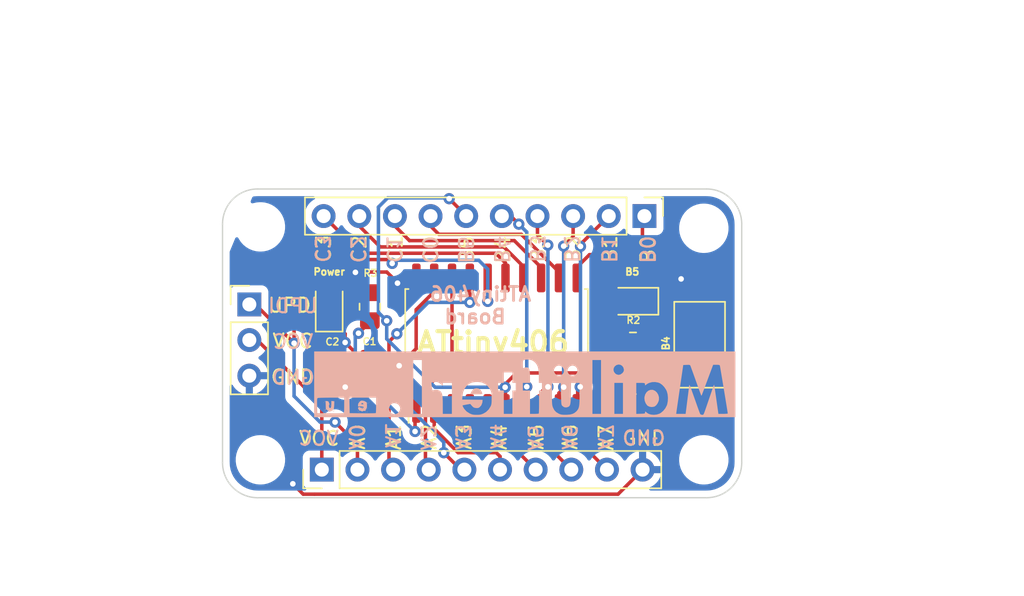
<source format=kicad_pcb>
(kicad_pcb (version 20211014) (generator pcbnew)
  (layers (0 "F.Cu" signal) (31 "B.Cu" signal) (34 "B.Paste" user) (35 "F.Paste" user) (36 "B.SilkS" user "B.Silkscreen") (37 "F.SilkS" user "F.Silkscreen") (38 "B.Mask" user) (39 "F.Mask" user) (44 "Edge.Cuts" user))
  (net 0 "")
  (net 1 "VCC")
  (net 2 "GND")
  (net 3 "Net-(D1-Pad2)")
  (net 4 "Net-(D2-Pad2)")
  (net 5 "PA0")
  (net 6 "PA1")
  (net 7 "PA2")
  (net 8 "PA3")
  (net 9 "PA4")
  (net 10 "PA5")
  (net 11 "PA6")
  (net 12 "PA7")
  (net 13 "PB0")
  (net 14 "PB1")
  (net 15 "PB2")
  (net 16 "PB3")
  (net 17 "PB4")
  (net 18 "PB5")
  (net 19 "PC0")
  (net 20 "PC1")
  (net 21 "PC2")
  (net 22 "PC3")
  (net 23 "Net-(R1-Pad2)")
  (footprint "Connector_PinHeader_2.54mm:PinHeader_1x03_P2.54mm_Vertical" (layer "F.Cu") (at 130.91 74.225)
    (fp_text reference "J2" hide)
    (fp_text value "Conn_01x03_Male")
    (pad "1" thru_hole rect locked (at 0 0) (size 1.7 1.7) (drill 1) (layers *.Cu *.Mask) (net 5 "PA0"))
    (pad "2" thru_hole oval locked (at 0 2.54) (size 1.7 1.7) (drill 1) (layers *.Cu *.Mask) (net 1 "VCC"))
    (pad "3" thru_hole oval locked (at 0 5.08) (size 1.7 1.7) (drill 1) (layers *.Cu *.Mask) (net 2 "GND"))
  )
  (footprint "Kondensator SMD:C_0805_2012Metric_Pad1.18x1.45mm_HandSolder" (layer "F.Cu") (at 139.52 79.09 90)
    (fp_text reference "C1" (at 2.22 -0.04 180) (layer "F.SilkS") (effects (font (size 0.5 0.5) (thickness 0.1))))
    (fp_text value "0.1uF")
    (pad "1" smd roundrect locked (at -1.0375 0 90) (size 1.175 1.45) (layers "F.Cu" "F.Paste" "F.Mask") (roundrect_rratio 0.212766) (net 1 "VCC"))
    (pad "2" smd roundrect locked (at 1.0375 0 90) (size 1.175 1.45) (layers "F.Cu" "F.Paste" "F.Mask") (roundrect_rratio 0.212766) (net 2 "GND"))
  )
  (footprint "Kondensator SMD:C_0805_2012Metric_Pad1.18x1.45mm_HandSolder" (layer "F.Cu") (at 136.82 79.1 90)
    (fp_text reference "C2" (at 2.21 0.01 180) (layer "F.SilkS") (effects (font (size 0.5 0.5) (thickness 0.1))))
    (fp_text value "2.2uF")
    (pad "1" smd roundrect locked (at -1.0375 0 90) (size 1.175 1.45) (layers "F.Cu" "F.Paste" "F.Mask") (roundrect_rratio 0.212766) (net 1 "VCC"))
    (pad "2" smd roundrect locked (at 1.0375 0 90) (size 1.175 1.45) (layers "F.Cu" "F.Paste" "F.Mask") (roundrect_rratio 0.212766) (net 2 "GND"))
  )
  (footprint "Connector_PinHeader_2.54mm:PinHeader_1x10_P2.54mm_Vertical" (layer "F.Cu") (at 159.065 67.93 -90)
    (fp_text reference "J3" hide)
    (fp_text value "Conn_01x10_Male")
    (pad "1" thru_hole rect locked (at 0 0 270) (size 1.7 1.7) (drill 1) (layers *.Cu *.Mask) (net 13 "PB0"))
    (pad "2" thru_hole oval locked (at 0 2.54 270) (size 1.7 1.7) (drill 1) (layers *.Cu *.Mask) (net 14 "PB1"))
    (pad "3" thru_hole oval locked (at 0 5.08 270) (size 1.7 1.7) (drill 1) (layers *.Cu *.Mask) (net 15 "PB2"))
    (pad "4" thru_hole oval locked (at 0 7.62 270) (size 1.7 1.7) (drill 1) (layers *.Cu *.Mask) (net 16 "PB3"))
    (pad "5" thru_hole oval locked (at 0 10.16 270) (size 1.7 1.7) (drill 1) (layers *.Cu *.Mask) (net 17 "PB4"))
    (pad "6" thru_hole oval locked (at 0 12.7 270) (size 1.7 1.7) (drill 1) (layers *.Cu *.Mask) (net 18 "PB5"))
    (pad "7" thru_hole oval locked (at 0 15.24 270) (size 1.7 1.7) (drill 1) (layers *.Cu *.Mask) (net 19 "PC0"))
    (pad "8" thru_hole oval locked (at 0 17.78 270) (size 1.7 1.7) (drill 1) (layers *.Cu *.Mask) (net 20 "PC1"))
    (pad "9" thru_hole oval locked (at 0 20.32 270) (size 1.7 1.7) (drill 1) (layers *.Cu *.Mask) (net 21 "PC2"))
    (pad "10" thru_hole oval locked (at 0 22.86 270) (size 1.7 1.7) (drill 1) (layers *.Cu *.Mask) (net 22 "PC3"))
  )
  (footprint "LED_SMD:LED_0805_2012Metric_Pad1.15x1.40mm_HandSolder" (layer "F.Cu") (at 158.2 74 180)
    (fp_text reference "B5" (at 0 2.1) (layer "F.SilkS") (effects (font (size 0.5 0.5) (thickness 0.125))))
    (fp_text value "LED Rt")
    (pad "1" smd roundrect locked (at -1.025 0 180) (size 1.15 1.4) (layers "F.Cu" "F.Paste" "F.Mask") (roundrect_rratio 0.217391) (net 2 "GND"))
    (pad "2" smd roundrect locked (at 1.025 0 180) (size 1.15 1.4) (layers "F.Cu" "F.Paste" "F.Mask") (roundrect_rratio 0.217391) (net 3 "Net-(D1-Pad2)"))
  )
  (footprint "LED_SMD:LED_0805_2012Metric_Pad1.15x1.40mm_HandSolder" (layer "F.Cu") (at 136.6 74.3 90)
    (fp_text reference "Power" (at 2.4 0 180) (layer "F.SilkS") (effects (font (size 0.5 0.5) (thickness 0.125))))
    (fp_text value "LED GN")
    (pad "1" smd roundrect locked (at -1.025 0 90) (size 1.15 1.4) (layers "F.Cu" "F.Paste" "F.Mask") (roundrect_rratio 0.217391) (net 2 "GND"))
    (pad "2" smd roundrect locked (at 1.025 0 90) (size 1.15 1.4) (layers "F.Cu" "F.Paste" "F.Mask") (roundrect_rratio 0.217391) (net 4 "Net-(D2-Pad2)"))
  )
  (footprint "Package_SO:SOIC-20W_7.5x12.8mm_P1.27mm" (layer "F.Cu") (at 148.53 76.99 90)
    (fp_text reference "U1" hide)
    (fp_text value "ATtiny406-S")
    (pad "1" smd roundrect locked (at -4.65 -5.715 90) (size 2.05 0.6) (layers "F.Cu" "F.Paste" "F.Mask") (net 1 "VCC"))
    (pad "2" smd roundrect locked (at -4.65 -4.445 90) (size 2.05 0.6) (layers "F.Cu" "F.Paste" "F.Mask") (net 9 "PA4"))
    (pad "3" smd roundrect locked (at -4.65 -3.175 90) (size 2.05 0.6) (layers "F.Cu" "F.Paste" "F.Mask") (net 10 "PA5"))
    (pad "4" smd roundrect locked (at -4.65 -1.905 90) (size 2.05 0.6) (layers "F.Cu" "F.Paste" "F.Mask") (net 11 "PA6"))
    (pad "5" smd roundrect locked (at -4.65 -0.635 90) (size 2.05 0.6) (layers "F.Cu" "F.Paste" "F.Mask") (net 12 "PA7"))
    (pad "6" smd roundrect locked (at -4.65 0.635 90) (size 2.05 0.6) (layers "F.Cu" "F.Paste" "F.Mask") (net 18 "PB5"))
    (pad "7" smd roundrect locked (at -4.65 1.905 90) (size 2.05 0.6) (layers "F.Cu" "F.Paste" "F.Mask") (net 17 "PB4"))
    (pad "8" smd roundrect locked (at -4.65 3.175 90) (size 2.05 0.6) (layers "F.Cu" "F.Paste" "F.Mask") (net 16 "PB3"))
    (pad "9" smd roundrect locked (at -4.65 4.445 90) (size 2.05 0.6) (layers "F.Cu" "F.Paste" "F.Mask") (net 15 "PB2"))
    (pad "10" smd roundrect locked (at -4.65 5.715 90) (size 2.05 0.6) (layers "F.Cu" "F.Paste" "F.Mask") (net 14 "PB1"))
    (pad "11" smd roundrect locked (at 4.65 5.715 90) (size 2.05 0.6) (layers "F.Cu" "F.Paste" "F.Mask") (net 13 "PB0"))
    (pad "12" smd roundrect locked (at 4.65 4.445 90) (size 2.05 0.6) (layers "F.Cu" "F.Paste" "F.Mask") (net 19 "PC0"))
    (pad "13" smd roundrect locked (at 4.65 3.175 90) (size 2.05 0.6) (layers "F.Cu" "F.Paste" "F.Mask") (net 20 "PC1"))
    (pad "14" smd roundrect locked (at 4.65 1.905 90) (size 2.05 0.6) (layers "F.Cu" "F.Paste" "F.Mask") (net 21 "PC2"))
    (pad "15" smd roundrect locked (at 4.65 0.635 90) (size 2.05 0.6) (layers "F.Cu" "F.Paste" "F.Mask") (net 22 "PC3"))
    (pad "16" smd roundrect locked (at 4.65 -0.635 90) (size 2.05 0.6) (layers "F.Cu" "F.Paste" "F.Mask") (net 5 "PA0"))
    (pad "17" smd roundrect locked (at 4.65 -1.905 90) (size 2.05 0.6) (layers "F.Cu" "F.Paste" "F.Mask") (net 6 "PA1"))
    (pad "18" smd roundrect locked (at 4.65 -3.175 90) (size 2.05 0.6) (layers "F.Cu" "F.Paste" "F.Mask") (net 7 "PA2"))
    (pad "19" smd roundrect locked (at 4.65 -4.445 90) (size 2.05 0.6) (layers "F.Cu" "F.Paste" "F.Mask") (net 8 "PA3"))
    (pad "20" smd roundrect locked (at 4.65 -5.715 90) (size 2.05 0.6) (layers "F.Cu" "F.Paste" "F.Mask") (net 2 "GND"))
  )
  (footprint "Resistor_SMD:R_0805_2012Metric_Pad1.20x1.40mm_HandSolder" (layer "F.Cu") (at 139.5 74.39 90)
    (fp_text reference "R3" (at 2.39 0.04) (layer "F.SilkS") (effects (font (size 0.5 0.5) (thickness 0.1))))
    (fp_text value "1K")
    (pad "1" smd roundrect locked (at -1 0 90) (size 1.2 1.4) (layers "F.Cu" "F.Paste" "F.Mask") (roundrect_rratio 0.208333) (net 1 "VCC"))
    (pad "2" smd roundrect locked (at 1 0 90) (size 1.2 1.4) (layers "F.Cu" "F.Paste" "F.Mask") (roundrect_rratio 0.208333) (net 4 "Net-(D2-Pad2)"))
  )
  (footprint "Connector_PinHeader_2.54mm:PinHeader_1x10_P2.54mm_Vertical" (layer "F.Cu") (at 136.075 86 90)
    (fp_text reference "J1" hide)
    (fp_text value "Conn_01x10_Male")
    (pad "1" thru_hole rect locked (at 0 0 90) (size 1.7 1.7) (drill 1) (layers *.Cu *.Mask) (net 1 "VCC"))
    (pad "2" thru_hole oval locked (at 0 2.54 90) (size 1.7 1.7) (drill 1) (layers *.Cu *.Mask) (net 5 "PA0"))
    (pad "3" thru_hole oval locked (at 0 5.08 90) (size 1.7 1.7) (drill 1) (layers *.Cu *.Mask) (net 6 "PA1"))
    (pad "4" thru_hole oval locked (at 0 7.62 90) (size 1.7 1.7) (drill 1) (layers *.Cu *.Mask) (net 7 "PA2"))
    (pad "5" thru_hole oval locked (at 0 10.16 90) (size 1.7 1.7) (drill 1) (layers *.Cu *.Mask) (net 8 "PA3"))
    (pad "6" thru_hole oval locked (at 0 12.7 90) (size 1.7 1.7) (drill 1) (layers *.Cu *.Mask) (net 9 "PA4"))
    (pad "7" thru_hole oval locked (at 0 15.24 90) (size 1.7 1.7) (drill 1) (layers *.Cu *.Mask) (net 10 "PA5"))
    (pad "8" thru_hole oval locked (at 0 17.78 90) (size 1.7 1.7) (drill 1) (layers *.Cu *.Mask) (net 11 "PA6"))
    (pad "9" thru_hole oval locked (at 0 20.32 90) (size 1.7 1.7) (drill 1) (layers *.Cu *.Mask) (net 12 "PA7"))
    (pad "10" thru_hole oval locked (at 0 22.86 90) (size 1.7 1.7) (drill 1) (layers *.Cu *.Mask) (net 2 "GND"))
  )
  (footprint "Resistor_SMD:R_0805_2012Metric_Pad1.20x1.40mm_HandSolder" (layer "F.Cu") (at 158.23 79.88)
    (fp_text reference "R1" (at 0.01 -1.54) (layer "F.SilkS") (effects (font (size 0.5 0.5) (thickness 0.1))))
    (fp_text value "1K")
    (pad "1" smd roundrect locked (at -1 0) (size 1.2 1.4) (layers "F.Cu" "F.Paste" "F.Mask") (roundrect_rratio 0.208333) (net 17 "PB4"))
    (pad "2" smd roundrect locked (at 1 0) (size 1.2 1.4) (layers "F.Cu" "F.Paste" "F.Mask") (roundrect_rratio 0.208333) (net 23 "Net-(R1-Pad2)"))
  )
  (footprint "Resistor_SMD:R_0805_2012Metric_Pad1.20x1.40mm_HandSolder" (layer "F.Cu") (at 158.25 76.96)
    (fp_text reference "R2" (at 0.03 -1.61 180) (layer "F.SilkS") (effects (font (size 0.5 0.5) (thickness 0.1))))
    (fp_text value "1K")
    (pad "1" smd roundrect locked (at -1 0) (size 1.2 1.4) (layers "F.Cu" "F.Paste" "F.Mask") (roundrect_rratio 0.208333) (net 18 "PB5"))
    (pad "2" smd roundrect locked (at 1 0) (size 1.2 1.4) (layers "F.Cu" "F.Paste" "F.Mask") (roundrect_rratio 0.208333) (net 3 "Net-(D1-Pad2)"))
  )
  (footprint "Button_Switch_smd:SW_SPST_FSMSM" (layer "F.Cu") (at 163 77.1 90)
    (fp_text reference "B4" (at 0.1 -2.4 90) (layer "F.SilkS") (effects (font (size 0.5 0.5) (thickness 0.125))))
    (fp_text value "SW_Push")
    (pad "1" smd rect locked (at -4.59 0 90) (size 2.18 1.6) (layers "F.Cu" "F.Paste" "F.Mask") (net 23 "Net-(R1-Pad2)"))
    (pad "2" smd rect locked (at 4.59 0 90) (size 2.18 1.6) (layers "F.Cu" "F.Paste" "F.Mask") (net 2 "GND"))
  )
  (footprint "Symbol:mailuefterl_30_8_6" (layer "B.Cu") (at 150.54 79.92 180)
    (fp_text reference "G***" hide)
    (fp_text value "LOGO" hide)
  )
  (gr_arc (start 131.5 88) (mid 129.732233 87.267767) (end 129 85.5) (layer "Edge.Cuts") (width 0.1))
  (gr_line (start 166 68.5) (end 166 85.5) (layer "Edge.Cuts") (width 0.1))
  (gr_line (start 129 85.5) (end 129 68.5) (layer "Edge.Cuts") (width 0.1))
  (gr_line (start 163.5 88) (end 131.5 88) (layer "Edge.Cuts") (width 0.1))
  (gr_arc (start 166 85.5) (mid 165.267767 87.267767) (end 163.5 88) (layer "Edge.Cuts") (width 0.1))
  (gr_arc (start 163.5 66) (mid 165.267767 66.732233) (end 166 68.5) (layer "Edge.Cuts") (width 0.1))
  (gr_line (start 131.5 66) (end 163.5 66) (layer "Edge.Cuts") (width 0.1))
  (gr_arc (start 129 68.5) (mid 129.732233 66.732233) (end 131.5 66) (layer "Edge.Cuts") (width 0.1))
  (gr_text "VCC" (at 134.03 76.88) (layer "B.SilkS") (effects (font (size 1 1)) (justify mirror)))
  (gr_text "GND" (at 134.05 79.44) (layer "B.SilkS") (effects (font (size 1 1)) (justify mirror)))
  (gr_text "B5" (at 146.3 70.34 -90) (layer "B.SilkS") (effects (font (size 1 1)) (justify mirror)))
  (gr_text "B0" (at 159.27 70.32 -90) (layer "B.SilkS") (effects (font (size 1 1)) (justify mirror)))
  (gr_text "A6" (at 153.7 83.67 -90) (layer "B.SilkS") (effects (font (size 1 1)) (justify mirror)))
  (gr_text "ATtiny406 \nBoard" (at 147 74.3) (layer "B.SilkS") (effects (font (size 1 1) (thickness 0.2)) (justify mirror)))
  (gr_text "UPDI" (at 134.01 74.33) (layer "B.SilkS") (effects (font (size 1 1)) (justify mirror)))
  (gr_text "A5" (at 151.27 83.74 -90) (layer "B.SilkS") (effects (font (size 1 1)) (justify mirror)))
  (gr_text "B2" (at 153.85 70.28 -90) (layer "B.SilkS") (effects (font (size 1 1)) (justify mirror)))
  (gr_text "A7" (at 156.28 83.68 -90) (layer "B.SilkS") (effects (font (size 1 1)) (justify mirror)))
  (gr_text "A0" (at 138.51 83.68 -90) (layer "B.SilkS") (effects (font (size 1 1)) (justify mirror)))
  (gr_text "C1" (at 141.21 70.3 -90) (layer "B.SilkS") (effects (font (size 1 1)) (justify mirror)))
  (gr_text "B1" (at 156.53 70.29 -90) (layer "B.SilkS") (effects (font (size 1 1)) (justify mirror)))
  (gr_text "B4" (at 148.88 70.32 -90) (layer "B.SilkS") (effects (font (size 1 1)) (justify mirror)))
  (gr_text "VCC" (at 135.85 83.77) (layer "B.SilkS") (effects (font (size 1 1)) (justify mirror)))
  (gr_text "GND" (at 159.02 83.74) (layer "B.SilkS") (effects (font (size 1 1)) (justify mirror)))
  (gr_text "C3" (at 136.09 70.27 -90) (layer "B.SilkS") (effects (font (size 1 1)) (justify mirror)))
  (gr_text "A1" (at 141.11 83.54 -90) (layer "B.SilkS") (effects (font (size 1 1)) (justify mirror)))
  (gr_text "B3" (at 151.4 70.25 -90) (layer "B.SilkS") (effects (font (size 1 1)) (justify mirror)))
  (gr_text "C0" (at 143.76 70.34 -90) (layer "B.SilkS") (effects (font (size 1 1)) (justify mirror)))
  (gr_text "C2" (at 138.63 70.3 -90) (layer "B.SilkS") (effects (font (size 1 1)) (justify mirror)))
  (gr_text "A2" (at 143.63 83.71 -90) (layer "B.SilkS") (effects (font (size 1 1)) (justify mirror)))
  (gr_text "A3" (at 146.1 83.69 -90) (layer "B.SilkS") (effects (font (size 1 1)) (justify mirror)))
  (gr_text "A4" (at 148.59 83.63 -90) (layer "B.SilkS") (effects (font (size 1 1)) (justify mirror)))
  (gr_text "ATtiny406" (at 148.28 76.95) (layer "F.SilkS") (effects (font (size 1.5 1.5) (thickness 0.3))))
  (gr_text "C0" (at 143.85 70.31 90) (layer "F.SilkS") (effects (font (size 1 1))))
  (gr_text "A6" (at 153.77 83.66 90) (layer "F.SilkS") (effects (font (size 1 1))))
  (gr_text "UPDI" (at 134.02 74.29) (layer "F.SilkS") (effects (font (size 1 1))))
  (gr_text "A3" (at 146.23 83.66 90) (layer "F.SilkS") (effects (font (size 1 1))))
  (gr_text "B5" (at 146.41 70.33 90) (layer "F.SilkS") (effects (font (size 1 1))))
  (gr_text "C1" (at 141.32 70.26 90) (layer "F.SilkS") (effects (font (size 1 1))))
  (gr_text "B1" (at 156.61 70.28 90) (layer "F.SilkS") (effects (font (size 1 1))))
  (gr_text "GND" (at 133.98 79.4) (layer "F.SilkS") (effects (font (size 1 1))))
  (gr_text "C3" (at 136.21 70.26 90) (layer "F.SilkS") (effects (font (size 1 1))))
  (gr_text "A4" (at 148.74 83.68 90) (layer "F.SilkS") (effects (font (size 1 1))))
  (gr_text "A2" (at 143.73 83.66 90) (layer "F.SilkS") (effects (font (size 1 1))))
  (gr_text "C2" (at 138.74 70.28 90) (layer "F.SilkS") (effects (font (size 1 1))))
  (gr_text "°" (at 141.27 80.3) (layer "F.SilkS") (effects (font (size 2 2) (thickness 0.2))))
  (gr_text "B0" (at 159.32 70.31 90) (layer "F.SilkS") (effects (font (size 1 1))))
  (gr_text "A0" (at 138.64 83.66 90) (layer "F.SilkS") (effects (font (size 1 1))))
  (gr_text "B3" (at 151.5 70.26 90) (layer "F.SilkS") (effects (font (size 1 1))))
  (gr_text "B4" (at 148.99 70.33 90) (layer "F.SilkS") (effects (font (size 1 1))))
  (gr_text "A5" (at 151.36 83.66 90) (layer "F.SilkS") (effects (font (size 1 1))))
  (gr_text "A1" (at 141.2 83.7 90) (layer "F.SilkS") (effects (font (size 1 1))))
  (gr_text "VCC" (at 134 76.84) (layer "F.SilkS") (effects (font (size 1 1))))
  (gr_text "B2" (at 153.99 70.28 90) (layer "F.SilkS") (effects (font (size 1 1))))
  (gr_text "A7" (at 156.34 83.72 90) (layer "F.SilkS") (effects (font (size 1 1))))
  (gr_text "VCC" (at 135.89 83.78) (layer "F.SilkS") (effects (font (size 1 1))))
  (gr_text "GND" (at 159.03 83.77) (layer "F.SilkS") (effects (font (size 1 1))))
  (segment (start 142.72 83.28) (end 142.72 81.735) (width 0.25) (layer "F.Cu") (net 1))
  (segment (start 137.7425 80.1175) (end 139.51 80.1175) (width 0.25) (layer "F.Cu") (net 1))
  (segment (start 136.075 86) (end 136.075 80.2625) (width 0.25) (layer "F.Cu") (net 1))
  (segment (start 139.5 75.47) (end 138.69 76.28) (width 0.25) (layer "F.Cu") (net 1))
  (segment (start 131.45 76.745) (end 134.8225 80.1175) (width 0.25) (layer "F.Cu") (net 1))
  (segment (start 136.075 80.2625) (end 135.93 80.1175) (width 0.25) (layer "F.Cu") (net 1))
  (segment (start 139.5 75.39) (end 139.5 75.47) (width 0.25) (layer "F.Cu") (net 1))
  (segment (start 135.93 80.1175) (end 137.7425 80.1175) (width 0.25) (layer "F.Cu") (net 1))
  (segment (start 139.61 75.39) (end 139.5 75.5) (width 0.25) (layer "F.Cu") (net 1))
  (segment (start 134.8225 80.1175) (end 135.93 80.1175) (width 0.25) (layer "F.Cu") (net 1))
  (segment (start 142.72 81.735) (end 142.815 81.64) (width 0.25) (layer "F.Cu") (net 1))
  (segment (start 139.51 80.1175) (end 139.52 80.1275) (width 0.25) (layer "F.Cu") (net 1))
  (via (at 137.7425 80.1175) (size 0.8) (drill 0.4) (layers "F.Cu" "B.Cu") (net 1))
  (via (at 142.72 83.28) (size 0.8) (drill 0.4) (layers "F.Cu" "B.Cu") (net 1))
  (via (at 138.69 76.28) (size 0.8) (drill 0.4) (layers "F.Cu" "B.Cu") (net 1))
  (segment (start 138.69 76.28) (end 138.462011 76.507989) (width 0.25) (layer "B.Cu") (net 1))
  (segment (start 138.462011 76.507989) (end 138.462011 79.397989) (width 0.25) (layer "B.Cu") (net 1))
  (segment (start 137.7425 80.1175) (end 139.5575 80.1175) (width 0.25) (layer "B.Cu") (net 1))
  (segment (start 139.5575 80.1175) (end 142.72 83.28) (width 0.25) (layer "B.Cu") (net 1))
  (segment (start 138.462011 79.397989) (end 137.7425 80.1175) (width 0.25) (layer "B.Cu") (net 1))
  (segment (start 141.84 72.34) (end 141.47 72.71) (width 0.25) (layer "F.Cu") (net 2))
  (segment (start 137.737511 76.935985) (end 137.737511 76.320011) (width 0.25) (layer "F.Cu") (net 2))
  (segment (start 157.185 87.75) (end 135.56 87.75) (width 0.25) (layer "F.Cu") (net 2))
  (segment (start 141.47 72.68) (end 140.99 72.2) (width 0.25) (layer "F.Cu") (net 2))
  (segment (start 163 72.41) (end 162.88 72.53) (width 0.25) (layer "F.Cu") (net 2))
  (segment (start 160.25 73.84) (end 161.68 72.41) (width 0.25) (layer "F.Cu") (net 2))
  (segment (start 141.47 72.71) (end 141.47 72.68) (width 0.25) (layer "F.Cu") (net 2))
  (segment (start 135.56 87.75) (end 134.75 87.75) (width 0.25) (layer "F.Cu") (net 2))
  (segment (start 140.99 72.2) (end 140.71 71.92) (width 0.25) (layer "F.Cu") (net 2))
  (segment (start 136.82 78.0625) (end 136.82 77.853496) (width 0.25) (layer "F.Cu") (net 2))
  (segment (start 137.737511 76.320011) (end 136.88 75.4625) (width 0.25) (layer "F.Cu") (net 2))
  (segment (start 138.854026 78.0525) (end 139.52 78.0525) (width 0.25) (layer "F.Cu") (net 2))
  (segment (start 159.255 73.84) (end 160.25 73.84) (width 0.25) (layer "F.Cu") (net 2))
  (segment (start 158.935 86) (end 157.185 87.75) (width 0.25) (layer "F.Cu") (net 2))
  (segment (start 163 72.41) (end 161.68 72.41) (width 0.25) (layer "F.Cu") (net 2))
  (segment (start 137.737511 76.935985) (end 138.854026 78.0525) (width 0.25) (layer "F.Cu") (net 2))
  (segment (start 139.4975 78.03) (end 139.52 78.0525) (width 0.25) (layer "F.Cu") (net 2))
  (segment (start 130.91 79.305) (end 130.91 78.99) (width 0.25) (layer "F.Cu") (net 2))
  (segment (start 136.82 77.853496) (end 137.737511 76.935985) (width 0.25) (layer "F.Cu") (net 2))
  (segment (start 142.815 72.34) (end 141.84 72.34) (width 0.25) (layer "F.Cu") (net 2))
  (segment (start 138.73 71.92) (end 138.49 71.92) (width 0.25) (layer "F.Cu") (net 2))
  (segment (start 140.71 71.92) (end 138.73 71.92) (width 0.25) (layer "F.Cu") (net 2))
  (segment (start 138.49 71.92) (end 138.47 71.94) (width 0.25) (layer "F.Cu") (net 2))
  (segment (start 134.75 87.75) (end 134.01 87.01) (width 0.25) (layer "F.Cu") (net 2))
  (via (at 137.737511 76.935985) (size 0.8) (drill 0.4) (layers "F.Cu" "B.Cu") (net 2))
  (via (at 161.68 72.41) (size 0.8) (drill 0.4) (layers "F.Cu" "B.Cu") (net 2))
  (via (at 134.01 87.01) (size 0.8) (drill 0.4) (layers "F.Cu" "B.Cu") (net 2))
  (via (at 141.47 72.71) (size 0.8) (drill 0.4) (layers "F.Cu" "B.Cu") (net 2))
  (via (at 138.47 71.94) (size 0.8) (drill 0.4) (layers "F.Cu" "B.Cu") (net 2))
  (segment (start 157.205 74.915) (end 159.25 76.96) (width 0.25) (layer "F.Cu") (net 3))
  (segment (start 157.205 73.84) (end 157.205 74.915) (width 0.25) (layer "F.Cu") (net 3))
  (segment (start 136.8 73.375) (end 139.485 73.375) (width 0.25) (layer "F.Cu") (net 4))
  (segment (start 139.485 73.375) (end 139.5 73.39) (width 0.25) (layer "F.Cu") (net 4))
  (segment (start 139.4925 73.4925) (end 139.5 73.5) (width 0.25) (layer "F.Cu") (net 4))
  (segment (start 134.1 72.81) (end 135.88192 71.02808) (width 0.25) (layer "F.Cu") (net 5))
  (segment (start 131.45 74.34) (end 131.45 74.205) (width 0.25) (layer "F.Cu") (net 5))
  (segment (start 138.615 86) (end 138.615 84.205) (width 0.25) (layer "F.Cu") (net 5))
  (segment (start 147.895 74.005) (end 147.9 74.01) (width 0.25) (layer "F.Cu") (net 5))
  (segment (start 134.1 76.99) (end 134.1 72.81) (width 0.25) (layer "F.Cu") (net 5))
  (segment (start 138.615 84.205) (end 137.02 82.61) (width 0.25) (layer "F.Cu") (net 5))
  (segment (start 147.895 72.34) (end 147.895 74.005) (width 0.25) (layer "F.Cu") (net 5))
  (segment (start 134.1 76.99) (end 131.45 74.34) (width 0.25) (layer "F.Cu") (net 5))
  (segment (start 135.88192 71.02808) (end 140.81502 71.02808) (width 0.25) (layer "F.Cu") (net 5))
  (segment (start 140.81502 71.02808) (end 141.09 71.30306) (width 0.25) (layer "F.Cu") (net 5))
  (via (at 147.9 74.01) (size 0.8) (drill 0.4) (layers "F.Cu" "B.Cu") (net 5))
  (via (at 137.02 82.61) (size 0.8) (drill 0.4) (layers "F.Cu" "B.Cu") (net 5))
  (via (at 134.1 76.99) (size 0.8) (drill 0.4) (layers "F.Cu" "B.Cu") (net 5))
  (via (at 141.09 71.30306) (size 0.8) (drill 0.4) (layers "F.Cu" "B.Cu") (net 5))
  (segment (start 135.95 82.61) (end 134.1 80.76) (width 0.25) (layer "B.Cu") (net 5))
  (segment (start 141.31306 71.08) (end 141.09 71.30306) (width 0.25) (layer "B.Cu") (net 5))
  (segment (start 147.26 71.08) (end 141.31306 71.08) (width 0.25) (layer "B.Cu") (net 5))
  (segment (start 137.02 82.61) (end 135.95 82.61) (width 0.25) (layer "B.Cu") (net 5))
  (segment (start 134.1 80.76) (end 134.1 76.99) (width 0.25) (layer "B.Cu") (net 5))
  (segment (start 147.9 71.72) (end 147.26 71.08) (width 0.25) (layer "B.Cu") (net 5))
  (segment (start 147.9 74.01) (end 147.9 71.72) (width 0.25) (layer "B.Cu") (net 5))
  (segment (start 146.625 72.34) (end 146.625 74.075) (width 0.25) (layer "F.Cu") (net 6))
  (segment (start 140.86319 85.70819) (end 141.155 86) (width 0.25) (layer "F.Cu") (net 6))
  (segment (start 141.4245 76.317701) (end 140.86319 76.879011) (width 0.25) (layer "F.Cu") (net 6))
  (segment (start 146.625 74.075) (end 146.62 74.08) (width 0.25) (layer "F.Cu") (net 6))
  (segment (start 140.86319 76.879011) (end 140.86319 85.70819) (width 0.25) (layer "F.Cu") (net 6))
  (via (at 146.62 74.08) (size 0.8) (drill 0.4) (layers "F.Cu" "B.Cu") (net 6))
  (via (at 141.4245 76.317701) (size 0.8) (drill 0.4) (layers "F.Cu" "B.Cu") (net 6))
  (segment (start 146.62 74.08) (end 143.662201 74.08) (width 0.25) (layer "B.Cu") (net 6))
  (segment (start 143.662201 74.08) (end 141.4245 76.317701) (width 0.25) (layer "B.Cu") (net 6))
  (segment (start 143.695 86) (end 143.46048 85.76548) (width 0.25) (layer "F.Cu") (net 7))
  (segment (start 143.46048 80.21952) (end 145.355 78.325) (width 0.25) (layer "F.Cu") (net 7))
  (segment (start 145.355 78.325) (end 145.355 72.34) (width 0.25) (layer "F.Cu") (net 7))
  (segment (start 143.46048 85.76548) (end 143.46048 80.21952) (width 0.25) (layer "F.Cu") (net 7))
  (segment (start 146.235 86) (end 145.975402 86) (width 0.25) (layer "F.Cu") (net 8))
  (segment (start 142.8 77.38) (end 142.8 74.6) (width 0.25) (layer "F.Cu") (net 8))
  (segment (start 145.975402 86) (end 144.767701 84.792299) (width 0.25) (layer "F.Cu") (net 8))
  (segment (start 141.587701 78.592299) (end 142.8 77.38) (width 0.25) (layer "F.Cu") (net 8))
  (segment (start 142.8 74.6) (end 144.085 73.315) (width 0.25) (layer "F.Cu") (net 8))
  (segment (start 144.085 73.315) (end 144.085 72.34) (width 0.25) (layer "F.Cu") (net 8))
  (via (at 144.767701 84.792299) (size 0.8) (drill 0.4) (layers "F.Cu" "B.Cu") (net 8))
  (via (at 141.587701 78.592299) (size 0.8) (drill 0.4) (layers "F.Cu" "B.Cu") (net 8))
  (segment (start 141.587701 78.592299) (end 141.587701 80.867701) (width 0.25) (layer "B.Cu") (net 8))
  (segment (start 141.587701 80.867701) (end 144.767701 84.047701) (width 0.25) (layer "B.Cu") (net 8))
  (segment (start 144.767701 84.047701) (end 144.767701 84.792299) (width 0.25) (layer "B.Cu") (net 8))
  (segment (start 145.79 84.79) (end 148.51 84.79) (width 0.25) (layer "F.Cu") (net 9))
  (segment (start 148.775 85.055) (end 148.775 86) (width 0.25) (layer "F.Cu") (net 9))
  (segment (start 144.085 81.64) (end 144.085 83.085) (width 0.25) (layer "F.Cu") (net 9))
  (segment (start 148.51 84.79) (end 148.775 85.055) (width 0.25) (layer "F.Cu") (net 9))
  (segment (start 144.085 83.085) (end 145.79 84.79) (width 0.25) (layer "F.Cu") (net 9))
  (segment (start 145.355 82.905) (end 146.79048 84.34048) (width 0.25) (layer "F.Cu") (net 10))
  (segment (start 149.65548 84.34048) (end 151.315 86) (width 0.25) (layer "F.Cu") (net 10))
  (segment (start 145.355 81.64) (end 145.355 82.905) (width 0.25) (layer "F.Cu") (net 10))
  (segment (start 146.79048 84.34048) (end 149.65548 84.34048) (width 0.25) (layer "F.Cu") (net 10))
  (segment (start 146.625 81.64) (end 146.625 82.066072) (width 0.25) (layer "F.Cu") (net 11))
  (segment (start 148.449888 83.89096) (end 151.74596 83.89096) (width 0.25) (layer "F.Cu") (net 11))
  (segment (start 151.74596 83.89096) (end 153.855 86) (width 0.25) (layer "F.Cu") (net 11))
  (segment (start 146.625 82.066072) (end 148.449888 83.89096) (width 0.25) (layer "F.Cu") (net 11))
  (segment (start 151.74596 83.89096) (end 151.9825 84.1275) (width 0.25) (layer "F.Cu") (net 11))
  (segment (start 149.270368 83.44144) (end 153.83644 83.44144) (width 0.25) (layer "F.Cu") (net 12))
  (segment (start 147.895 81.64) (end 147.895 82.066072) (width 0.25) (layer "F.Cu") (net 12))
  (segment (start 153.83644 83.44144) (end 156.395 86) (width 0.25) (layer "F.Cu") (net 12))
  (segment (start 147.895 82.066072) (end 149.270368 83.44144) (width 0.25) (layer "F.Cu") (net 12))
  (segment (start 154.245 71.585) (end 155.15 70.68) (width 0.25) (layer "F.Cu") (net 13))
  (segment (start 154.245 72.34) (end 154.245 71.585) (width 0.25) (layer "F.Cu") (net 13))
  (segment (start 158.925 70.315) (end 158.925 68.5) (width 0.25) (layer "F.Cu") (net 13))
  (segment (start 158.56 70.68) (end 158.925 70.315) (width 0.25) (layer "F.Cu") (net 13))
  (segment (start 155.15 70.68) (end 158.56 70.68) (width 0.25) (layer "F.Cu") (net 13))
  (segment (start 156.525 67.93) (end 154.51 69.945) (width 0.25) (layer "F.Cu") (net 14))
  (segment (start 154.49 80.1) (end 154.31 80.28) (width 0.25) (layer "F.Cu") (net 14))
  (segment (start 154.31 80.28) (end 154.31 81.575) (width 0.25) (layer "F.Cu") (net 14))
  (segment (start 154.31 81.575) (end 154.245 81.64) (width 0.25) (layer "F.Cu") (net 14))
  (segment (start 154.51 69.945) (end 154.51 70.09) (width 0.25) (layer "F.Cu") (net 14))
  (via (at 154.51 70.09) (size 0.8) (drill 0.4) (layers "F.Cu" "B.Cu") (net 14))
  (via (at 154.49 80.1) (size 0.8) (drill 0.4) (layers "F.Cu" "B.Cu") (net 14))
  (segment (start 154.51 70.09) (end 154.51 80.08) (width 0.25) (layer "B.Cu") (net 14))
  (segment (start 154.51 80.08) (end 154.49 80.1) (width 0.25) (layer "B.Cu") (net 14))
  (segment (start 152.975 80.545) (end 152.975 81.64) (width 0.25) (layer "F.Cu") (net 15))
  (segment (start 153.31 80.21) (end 152.975 80.545) (width 0.25) (layer "F.Cu") (net 15))
  (segment (start 153.985 69.395) (end 153.31 70.07) (width 0.25) (layer "F.Cu") (net 15))
  (segment (start 153.31 80.12) (end 153.31 80.21) (width 0.25) (layer "F.Cu") (net 15))
  (segment (start 153.985 67.93) (end 153.985 69.395) (width 0.25) (layer "F.Cu") (net 15))
  (via (at 153.31 70.07) (size 0.8) (drill 0.4) (layers "F.Cu" "B.Cu") (net 15))
  (via (at 153.31 80.12) (size 0.8) (drill 0.4) (layers "F.Cu" "B.Cu") (net 15))
  (segment (start 153.31 70.07) (end 153.31 80.12) (width 0.25) (layer "B.Cu") (net 15))
  (segment (start 151.445 67.93) (end 151.445 69.265) (width 0.25) (layer "F.Cu") (net 16))
  (segment (start 152.09 80.1) (end 151.705 80.485) (width 0.25) (layer "F.Cu") (net 16))
  (segment (start 151.445 69.265) (end 152.18 70) (width 0.25) (layer "F.Cu") (net 16))
  (segment (start 151.705 80.485) (end 151.705 81.64) (width 0.25) (layer "F.Cu") (net 16))
  (segment (start 152.19 80.1) (end 152.09 80.1) (width 0.25) (layer "F.Cu") (net 16))
  (via (at 152.19 80.1) (size 0.8) (drill 0.4) (layers "F.Cu" "B.Cu") (net 16))
  (via (at 152.18 70) (size 0.8) (drill 0.4) (layers "F.Cu" "B.Cu") (net 16))
  (segment (start 152.19 70.01) (end 152.19 80.1) (width 0.25) (layer "B.Cu") (net 16))
  (segment (start 152.18 70) (end 152.19 70.01) (width 0.25) (layer "B.Cu") (net 16))
  (segment (start 150.68 80.09) (end 150.68 81.395) (width 0.25) (layer "F.Cu") (net 17))
  (segment (start 150.68 81.395) (end 150.435 81.64) (width 0.25) (layer "F.Cu") (net 17))
  (segment (start 148.905 67.93) (end 149.539141 67.93) (width 0.25) (layer "F.Cu") (net 17))
  (segment (start 151.360848 82.99192) (end 155.66808 82.99192) (width 0.25) (layer "F.Cu") (net 17))
  (segment (start 150.435 82.066072) (end 151.360848 82.99192) (width 0.25) (layer "F.Cu") (net 17))
  (segment (start 149.539141 67.93) (end 150.114641 68.5055) (width 0.25) (layer "F.Cu") (net 17))
  (segment (start 157.23 81.43) (end 157.23 79.88) (width 0.25) (layer "F.Cu") (net 17))
  (segment (start 155.66808 82.99192) (end 157.23 81.43) (width 0.25) (layer "F.Cu") (net 17))
  (segment (start 150.435 81.64) (end 150.435 82.066072) (width 0.25) (layer "F.Cu") (net 17))
  (via (at 150.114641 68.5055) (size 0.8) (drill 0.4) (layers "F.Cu" "B.Cu") (net 17))
  (via (at 150.68 80.09) (size 0.8) (drill 0.4) (layers "F.Cu" "B.Cu") (net 17))
  (segment (start 150.114641 68.5055) (end 150.68 69.070859) (width 0.25) (layer "B.Cu") (net 17))
  (segment (start 150.68 69.070859) (end 150.68 80.09) (width 0.25) (layer "B.Cu") (net 17))
  (segment (start 149.165 81.64) (end 149.165 80.155) (width 0.25) (layer "F.Cu") (net 18))
  (segment (start 149.14 79.92) (end 149.14 80.13) (width 0.25) (layer "F.Cu") (net 18))
  (segment (start 146.365 67.93) (end 146.365 67.905) (width 0.25) (layer "F.Cu") (net 18))
  (segment (start 149.165 80.155) (end 149.14 80.13) (width 0.25) (layer "F.Cu") (net 18))
  (segment (start 157.25 76.96) (end 155.1 79.11) (width 0.25) (layer "F.Cu") (net 18))
  (segment (start 149.95 79.11) (end 149.14 79.92) (width 0.25) (layer "F.Cu") (net 18))
  (segment (start 146.365 67.905) (end 145.15 66.69) (width 0.25) (layer "F.Cu") (net 18))
  (segment (start 155.1 79.11) (end 149.95 79.11) (width 0.25) (layer "F.Cu") (net 18))
  (via (at 149.14 80.13) (size 0.8) (drill 0.4) (layers "F.Cu" "B.Cu") (net 18))
  (via (at 140.7 75.39) (size 0.8) (drill 0.4) (layers "F.Cu" "B.Cu") (net 18))
  (via (at 145.15 66.69) (size 0.8) (drill 0.4) (layers "F.Cu" "B.Cu") (net 18))
  (segment (start 144.15 80.13) (end 140.7 76.68) (width 0.25) (layer "B.Cu") (net 18))
  (segment (start 140.7 76.68) (end 140.7 75.39) (width 0.25) (layer "B.Cu") (net 18))
  (segment (start 140.110489 67.289511) (end 140.110489 74.800489) (width 0.25) (layer "B.Cu") (net 18))
  (segment (start 140.110489 74.800489) (end 140.7 75.39) (width 0.25) (layer "B.Cu") (net 18))
  (segment (start 140.77 66.63) (end 140.110489 67.289511) (width 0.25) (layer "B.Cu") (net 18))
  (segment (start 145.15 66.69) (end 145.09 66.63) (width 0.25) (layer "B.Cu") (net 18))
  (segment (start 149.14 80.13) (end 144.15 80.13) (width 0.25) (layer "B.Cu") (net 18))
  (segment (start 145.09 66.63) (end 140.77 66.63) (width 0.25) (layer "B.Cu") (net 18))
  (segment (start 144.415 69.23) (end 150.291072 69.23) (width 0.25) (layer "F.Cu") (net 19))
  (segment (start 150.291072 69.23) (end 152.975 71.913928) (width 0.25) (layer "F.Cu") (net 19))
  (segment (start 152.975 71.913928) (end 152.975 72.34) (width 0.25) (layer "F.Cu") (net 19))
  (segment (start 143.685 68.5) (end 144.415 69.23) (width 0.25) (layer "F.Cu") (net 19))
  (segment (start 142.32452 69.67952) (end 149.795489 69.67952) (width 0.25) (layer "F.Cu") (net 20))
  (segment (start 141.145 68.5) (end 142.32452 69.67952) (width 0.25) (layer "F.Cu") (net 20))
  (segment (start 149.795489 69.67952) (end 151.705 71.589031) (width 0.25) (layer "F.Cu") (net 20))
  (segment (start 151.705 71.589031) (end 151.705 72.34) (width 0.25) (layer "F.Cu") (net 20))
  (segment (start 140.23404 70.12904) (end 149.045489 70.12904) (width 0.25) (layer "F.Cu") (net 21))
  (segment (start 138.605 68.5) (end 140.23404 70.12904) (width 0.25) (layer "F.Cu") (net 21))
  (segment (start 149.045489 70.12904) (end 150.435 71.518551) (width 0.25) (layer "F.Cu") (net 21))
  (segment (start 150.435 71.518551) (end 150.435 72.34) (width 0.25) (layer "F.Cu") (net 21))
  (segment (start 138.85356 70.57856) (end 148.47 70.57856) (width 0.25) (layer "F.Cu") (net 22))
  (segment (start 148.47 70.57856) (end 149.165 71.27356) (width 0.25) (layer "F.Cu") (net 22))
  (segment (start 136.205 67.93) (end 138.85356 70.57856) (width 0.25) (layer "F.Cu") (net 22))
  (segment (start 149.165 71.27356) (end 149.165 72.34) (width 0.25) (layer "F.Cu") (net 22))
  (segment (start 159.23 79.88) (end 160.94 81.59) (width 0.25) (layer "F.Cu") (net 23))
  (segment (start 160.94 81.59) (end 163 81.59) (width 0.25) (layer "F.Cu") (net 23))
  (zone (net 2) (net_name "GND") (layer "B.Cu") (connect_pads (clearance 0.508)) (min_thickness 0.254) (fill yes (thermal_gap 0.508) (thermal_bridge_width 0.508))
    (polygon (pts (xy 163.82 66.13) (xy 165.29 67.09) (xy 165.9 69.05) (xy 165.93 85.62) (xy 165.25 87.16) (xy 164.13 87.88) (xy 163.05 87.91) (xy 131.48 87.95) (xy 130.36 87.62) (xy 129.51 86.76) (xy 129.13 85.55) (xy 129.13 71.38) (xy 131.35 66.04)))
  )
)
</source>
